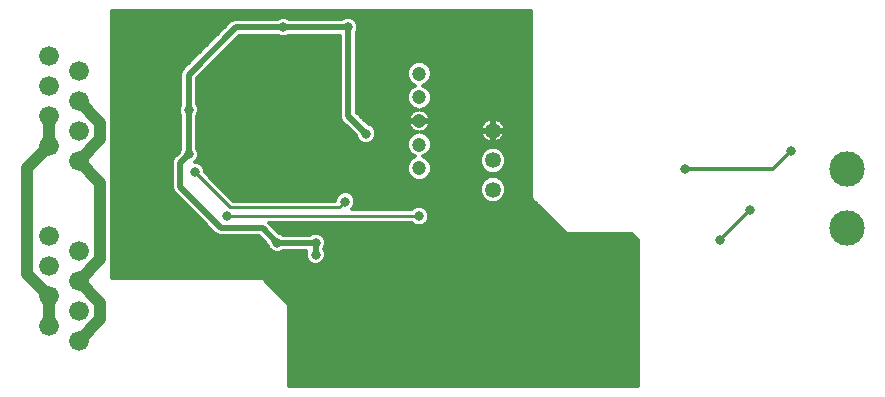
<source format=gbl>
G75*
%MOIN*%
%OFA0B0*%
%FSLAX25Y25*%
%IPPOS*%
%LPD*%
%AMOC8*
5,1,8,0,0,1.08239X$1,22.5*
%
%ADD10C,0.06600*%
%ADD11C,0.11811*%
%ADD12C,0.04724*%
%ADD13C,0.02756*%
%ADD14C,0.05315*%
%ADD15C,0.01200*%
%ADD16C,0.03150*%
%ADD17C,0.03937*%
%ADD18C,0.01181*%
%ADD19C,0.01969*%
%ADD20C,0.00984*%
D10*
X0067100Y0038205D03*
X0057100Y0043205D03*
X0067100Y0048205D03*
X0057100Y0053205D03*
X0067100Y0058205D03*
X0057100Y0063205D03*
X0067100Y0068205D03*
X0057100Y0073205D03*
X0067100Y0098205D03*
X0057100Y0103205D03*
X0067100Y0108205D03*
X0057100Y0113205D03*
X0067100Y0118205D03*
X0057100Y0123205D03*
X0067100Y0128205D03*
X0057100Y0133205D03*
D11*
X0323045Y0095547D03*
X0323045Y0075862D03*
D12*
X0180604Y0095823D03*
X0180604Y0103697D03*
X0180604Y0111571D03*
X0180604Y0119445D03*
X0180604Y0127319D03*
D13*
X0150998Y0108343D03*
X0157100Y0057161D03*
X0160840Y0057161D03*
X0164580Y0057161D03*
D14*
X0205131Y0088657D03*
X0205131Y0098500D03*
X0205131Y0108343D03*
D15*
X0204846Y0108235D02*
X0182350Y0108235D01*
X0182380Y0108248D02*
X0182994Y0108658D01*
X0183516Y0109181D01*
X0183927Y0109795D01*
X0184209Y0110477D01*
X0184354Y0111202D01*
X0184354Y0111383D01*
X0180791Y0111383D01*
X0180791Y0111758D01*
X0184354Y0111758D01*
X0184354Y0111940D01*
X0184209Y0112665D01*
X0183927Y0113347D01*
X0183516Y0113961D01*
X0182994Y0114483D01*
X0182380Y0114894D01*
X0181698Y0115176D01*
X0181163Y0115283D01*
X0181432Y0115283D01*
X0182962Y0115916D01*
X0184132Y0117087D01*
X0184766Y0118617D01*
X0184766Y0120273D01*
X0184132Y0121803D01*
X0182962Y0122973D01*
X0181975Y0123382D01*
X0182962Y0123790D01*
X0184132Y0124961D01*
X0184766Y0126491D01*
X0184766Y0128147D01*
X0184132Y0129677D01*
X0182962Y0130847D01*
X0181432Y0131481D01*
X0179776Y0131481D01*
X0178246Y0130847D01*
X0177075Y0129677D01*
X0176442Y0128147D01*
X0176442Y0126491D01*
X0177075Y0124961D01*
X0178246Y0123790D01*
X0179232Y0123382D01*
X0178246Y0122973D01*
X0177075Y0121803D01*
X0176442Y0120273D01*
X0176442Y0118617D01*
X0177075Y0117087D01*
X0178246Y0115916D01*
X0179776Y0115283D01*
X0180045Y0115283D01*
X0179510Y0115176D01*
X0178828Y0114894D01*
X0178214Y0114483D01*
X0177691Y0113961D01*
X0177281Y0113347D01*
X0176998Y0112665D01*
X0176854Y0111940D01*
X0176854Y0111758D01*
X0180416Y0111758D01*
X0180416Y0111383D01*
X0176854Y0111383D01*
X0176854Y0111202D01*
X0176998Y0110477D01*
X0177281Y0109795D01*
X0177691Y0109181D01*
X0178214Y0108658D01*
X0178828Y0108248D01*
X0179510Y0107965D01*
X0180045Y0107859D01*
X0179776Y0107859D01*
X0178246Y0107225D01*
X0177075Y0106055D01*
X0176442Y0104525D01*
X0176442Y0102869D01*
X0177075Y0101339D01*
X0178246Y0100168D01*
X0179232Y0099760D01*
X0178246Y0099351D01*
X0177075Y0098181D01*
X0176442Y0096651D01*
X0176442Y0094995D01*
X0177075Y0093465D01*
X0178246Y0092294D01*
X0179776Y0091661D01*
X0181432Y0091661D01*
X0182962Y0092294D01*
X0184132Y0093465D01*
X0184766Y0094995D01*
X0184766Y0096651D01*
X0184132Y0098181D01*
X0182962Y0099351D01*
X0181975Y0099760D01*
X0182962Y0100168D01*
X0184132Y0101339D01*
X0184766Y0102869D01*
X0184766Y0104525D01*
X0184132Y0106055D01*
X0182962Y0107225D01*
X0181432Y0107859D01*
X0181163Y0107859D01*
X0181698Y0107965D01*
X0182380Y0108248D01*
X0183150Y0107037D02*
X0201294Y0107037D01*
X0201242Y0107163D02*
X0201547Y0106427D01*
X0201990Y0105764D01*
X0202553Y0105201D01*
X0203216Y0104758D01*
X0203952Y0104453D01*
X0204733Y0104298D01*
X0204846Y0104298D01*
X0204846Y0108057D01*
X0201087Y0108057D01*
X0201087Y0107944D01*
X0201242Y0107163D01*
X0201087Y0108628D02*
X0204846Y0108628D01*
X0204846Y0108057D01*
X0205417Y0108057D01*
X0205417Y0108628D01*
X0204846Y0108628D01*
X0204846Y0112387D01*
X0204733Y0112387D01*
X0203952Y0112232D01*
X0203216Y0111927D01*
X0202553Y0111484D01*
X0201990Y0110921D01*
X0201547Y0110258D01*
X0201242Y0109522D01*
X0201087Y0108741D01*
X0201087Y0108628D01*
X0201224Y0109434D02*
X0183686Y0109434D01*
X0184240Y0110632D02*
X0201797Y0110632D01*
X0203072Y0111831D02*
X0184354Y0111831D01*
X0184058Y0113029D02*
X0217927Y0113029D01*
X0217927Y0111831D02*
X0207191Y0111831D01*
X0207047Y0111927D02*
X0206311Y0112232D01*
X0205530Y0112387D01*
X0205417Y0112387D01*
X0205417Y0108628D01*
X0209176Y0108628D01*
X0209176Y0108741D01*
X0209021Y0109522D01*
X0208716Y0110258D01*
X0208273Y0110921D01*
X0207710Y0111484D01*
X0207047Y0111927D01*
X0205417Y0111831D02*
X0204846Y0111831D01*
X0204846Y0110632D02*
X0205417Y0110632D01*
X0205417Y0109434D02*
X0204846Y0109434D01*
X0205417Y0108235D02*
X0217927Y0108235D01*
X0217927Y0107037D02*
X0208969Y0107037D01*
X0209021Y0107163D02*
X0209176Y0107944D01*
X0209176Y0108057D01*
X0205417Y0108057D01*
X0205417Y0104298D01*
X0205530Y0104298D01*
X0206311Y0104453D01*
X0207047Y0104758D01*
X0207710Y0105201D01*
X0208273Y0105764D01*
X0208716Y0106427D01*
X0209021Y0107163D01*
X0208323Y0105838D02*
X0217927Y0105838D01*
X0217927Y0104640D02*
X0206762Y0104640D01*
X0205417Y0104640D02*
X0204846Y0104640D01*
X0204846Y0105838D02*
X0205417Y0105838D01*
X0205417Y0107037D02*
X0204846Y0107037D01*
X0201940Y0105838D02*
X0184222Y0105838D01*
X0184718Y0104640D02*
X0203501Y0104640D01*
X0204245Y0102957D02*
X0202607Y0102279D01*
X0201353Y0101025D01*
X0200674Y0099387D01*
X0200674Y0097613D01*
X0201353Y0095975D01*
X0202607Y0094721D01*
X0204245Y0094043D01*
X0206018Y0094043D01*
X0207656Y0094721D01*
X0208910Y0095975D01*
X0209589Y0097613D01*
X0209589Y0099387D01*
X0208910Y0101025D01*
X0207656Y0102279D01*
X0206018Y0102957D01*
X0204245Y0102957D01*
X0202571Y0102243D02*
X0184507Y0102243D01*
X0184766Y0103441D02*
X0217927Y0103441D01*
X0217927Y0102243D02*
X0207692Y0102243D01*
X0208891Y0101044D02*
X0217927Y0101044D01*
X0217927Y0099846D02*
X0209399Y0099846D01*
X0209589Y0098647D02*
X0217927Y0098647D01*
X0217927Y0097449D02*
X0209521Y0097449D01*
X0209024Y0096250D02*
X0217927Y0096250D01*
X0217927Y0095052D02*
X0207987Y0095052D01*
X0207129Y0092655D02*
X0217927Y0092655D01*
X0217927Y0093853D02*
X0184293Y0093853D01*
X0184766Y0095052D02*
X0202276Y0095052D01*
X0201239Y0096250D02*
X0184766Y0096250D01*
X0184436Y0097449D02*
X0200742Y0097449D01*
X0200674Y0098647D02*
X0183666Y0098647D01*
X0182183Y0099846D02*
X0200864Y0099846D01*
X0201372Y0101044D02*
X0183838Y0101044D01*
X0179025Y0099846D02*
X0107128Y0099846D01*
X0107128Y0099797D02*
X0107128Y0101140D01*
X0106615Y0102380D01*
X0106538Y0102457D01*
X0106538Y0113244D01*
X0106615Y0113321D01*
X0107128Y0114561D01*
X0107128Y0115904D01*
X0106615Y0117144D01*
X0106538Y0117221D01*
X0106538Y0125890D01*
X0120655Y0140007D01*
X0133261Y0140007D01*
X0133338Y0139930D01*
X0134578Y0139417D01*
X0135921Y0139417D01*
X0137161Y0139930D01*
X0137238Y0140007D01*
X0154119Y0140007D01*
X0154119Y0112710D01*
X0154543Y0111687D01*
X0155326Y0110903D01*
X0159434Y0106796D01*
X0159434Y0106687D01*
X0159948Y0105447D01*
X0160897Y0104497D01*
X0162137Y0103983D01*
X0163480Y0103983D01*
X0164720Y0104497D01*
X0165670Y0105447D01*
X0166183Y0106687D01*
X0166183Y0108030D01*
X0165670Y0109270D01*
X0164720Y0110219D01*
X0163480Y0110733D01*
X0163371Y0110733D01*
X0159687Y0114417D01*
X0159687Y0140803D01*
X0159764Y0140880D01*
X0160278Y0142120D01*
X0160278Y0143463D01*
X0159764Y0144703D01*
X0158815Y0145652D01*
X0157574Y0146166D01*
X0156232Y0146166D01*
X0154991Y0145652D01*
X0154915Y0145576D01*
X0137238Y0145576D01*
X0137161Y0145652D01*
X0135921Y0146166D01*
X0134578Y0146166D01*
X0133338Y0145652D01*
X0133261Y0145576D01*
X0118948Y0145576D01*
X0117924Y0145152D01*
X0102176Y0129404D01*
X0101393Y0128620D01*
X0100969Y0127597D01*
X0100969Y0117221D01*
X0100893Y0117144D01*
X0100379Y0115904D01*
X0100379Y0114561D01*
X0100893Y0113321D01*
X0100969Y0113244D01*
X0100969Y0102457D01*
X0100893Y0102380D01*
X0100379Y0101140D01*
X0100379Y0101031D01*
X0099224Y0099876D01*
X0098440Y0099093D01*
X0098017Y0098070D01*
X0098017Y0089088D01*
X0098440Y0088065D01*
X0112220Y0074285D01*
X0113003Y0073502D01*
X0114026Y0073078D01*
X0127207Y0073078D01*
X0129906Y0070378D01*
X0129906Y0070270D01*
X0130420Y0069029D01*
X0131369Y0068080D01*
X0132610Y0067566D01*
X0133952Y0067566D01*
X0135193Y0068080D01*
X0135270Y0068157D01*
X0142901Y0068157D01*
X0142702Y0067675D01*
X0142702Y0066333D01*
X0143215Y0065092D01*
X0144165Y0064143D01*
X0145405Y0063629D01*
X0146748Y0063629D01*
X0147988Y0064143D01*
X0148937Y0065092D01*
X0149451Y0066333D01*
X0149451Y0067675D01*
X0148937Y0068916D01*
X0148881Y0068972D01*
X0148937Y0069029D01*
X0149451Y0070270D01*
X0149451Y0071612D01*
X0148937Y0072853D01*
X0147988Y0073802D01*
X0146748Y0074316D01*
X0145405Y0074316D01*
X0144165Y0073802D01*
X0144088Y0073725D01*
X0135270Y0073725D01*
X0135193Y0073802D01*
X0133952Y0074316D01*
X0133844Y0074316D01*
X0130652Y0077507D01*
X0178045Y0077507D01*
X0178614Y0076938D01*
X0179854Y0076424D01*
X0181196Y0076424D01*
X0182437Y0076938D01*
X0183386Y0077888D01*
X0183900Y0079128D01*
X0183900Y0080470D01*
X0183386Y0081711D01*
X0182437Y0082660D01*
X0181196Y0083174D01*
X0179854Y0083174D01*
X0178614Y0082660D01*
X0178045Y0082091D01*
X0158062Y0082091D01*
X0158780Y0082809D01*
X0159294Y0084049D01*
X0159294Y0085392D01*
X0158780Y0086632D01*
X0157831Y0087581D01*
X0156590Y0088095D01*
X0155248Y0088095D01*
X0154007Y0087581D01*
X0153058Y0086632D01*
X0152544Y0085392D01*
X0152544Y0085044D01*
X0118482Y0085044D01*
X0109097Y0094430D01*
X0109097Y0095234D01*
X0108583Y0096475D01*
X0107634Y0097424D01*
X0106393Y0097938D01*
X0105995Y0097938D01*
X0106615Y0098557D01*
X0107128Y0099797D01*
X0106652Y0098647D02*
X0177542Y0098647D01*
X0176772Y0097449D02*
X0107574Y0097449D01*
X0108676Y0096250D02*
X0176442Y0096250D01*
X0176442Y0095052D02*
X0109097Y0095052D01*
X0109673Y0093853D02*
X0176915Y0093853D01*
X0177886Y0092655D02*
X0110872Y0092655D01*
X0112070Y0091456D02*
X0201626Y0091456D01*
X0201353Y0091182D02*
X0200674Y0089544D01*
X0200674Y0087771D01*
X0201353Y0086133D01*
X0202607Y0084879D01*
X0204245Y0084200D01*
X0206018Y0084200D01*
X0207656Y0084879D01*
X0208910Y0086133D01*
X0209589Y0087771D01*
X0209589Y0089544D01*
X0208910Y0091182D01*
X0207656Y0092436D01*
X0206018Y0093115D01*
X0204245Y0093115D01*
X0202607Y0092436D01*
X0201353Y0091182D01*
X0200970Y0090258D02*
X0113269Y0090258D01*
X0114467Y0089059D02*
X0200674Y0089059D01*
X0200674Y0087861D02*
X0157156Y0087861D01*
X0158750Y0086662D02*
X0201133Y0086662D01*
X0202021Y0085464D02*
X0159264Y0085464D01*
X0159294Y0084265D02*
X0204087Y0084265D01*
X0206176Y0084265D02*
X0219366Y0084265D01*
X0218168Y0085464D02*
X0208242Y0085464D01*
X0209130Y0086662D02*
X0217927Y0086662D01*
X0217927Y0085705D02*
X0229738Y0073894D01*
X0251391Y0073894D01*
X0253360Y0071925D01*
X0253360Y0023313D01*
X0137218Y0023313D01*
X0137218Y0050272D01*
X0128360Y0059130D01*
X0078163Y0059130D01*
X0078163Y0148097D01*
X0217927Y0148097D01*
X0217927Y0085705D01*
X0217927Y0087861D02*
X0209589Y0087861D01*
X0209589Y0089059D02*
X0217927Y0089059D01*
X0217927Y0090258D02*
X0209293Y0090258D01*
X0208637Y0091456D02*
X0217927Y0091456D01*
X0203134Y0092655D02*
X0183322Y0092655D01*
X0177370Y0101044D02*
X0107128Y0101044D01*
X0106671Y0102243D02*
X0176701Y0102243D01*
X0176442Y0103441D02*
X0106538Y0103441D01*
X0106538Y0104640D02*
X0160754Y0104640D01*
X0159785Y0105838D02*
X0106538Y0105838D01*
X0106538Y0107037D02*
X0159192Y0107037D01*
X0157994Y0108235D02*
X0106538Y0108235D01*
X0106538Y0109434D02*
X0156795Y0109434D01*
X0155597Y0110632D02*
X0106538Y0110632D01*
X0106538Y0111831D02*
X0154483Y0111831D01*
X0154119Y0113029D02*
X0106538Y0113029D01*
X0106990Y0114228D02*
X0154119Y0114228D01*
X0154119Y0115426D02*
X0107128Y0115426D01*
X0106830Y0116625D02*
X0154119Y0116625D01*
X0154119Y0117824D02*
X0106538Y0117824D01*
X0106538Y0119022D02*
X0154119Y0119022D01*
X0154119Y0120221D02*
X0106538Y0120221D01*
X0106538Y0121419D02*
X0154119Y0121419D01*
X0154119Y0122618D02*
X0106538Y0122618D01*
X0106538Y0123816D02*
X0154119Y0123816D01*
X0154119Y0125015D02*
X0106538Y0125015D01*
X0106861Y0126213D02*
X0154119Y0126213D01*
X0154119Y0127412D02*
X0108059Y0127412D01*
X0109258Y0128610D02*
X0154119Y0128610D01*
X0154119Y0129809D02*
X0110456Y0129809D01*
X0111655Y0131007D02*
X0154119Y0131007D01*
X0154119Y0132206D02*
X0112853Y0132206D01*
X0114052Y0133404D02*
X0154119Y0133404D01*
X0154119Y0134603D02*
X0115250Y0134603D01*
X0116449Y0135801D02*
X0154119Y0135801D01*
X0154119Y0137000D02*
X0117647Y0137000D01*
X0118846Y0138198D02*
X0154119Y0138198D01*
X0154119Y0139397D02*
X0120044Y0139397D01*
X0114566Y0141794D02*
X0078163Y0141794D01*
X0078163Y0142992D02*
X0115765Y0142992D01*
X0116963Y0144191D02*
X0078163Y0144191D01*
X0078163Y0145389D02*
X0118498Y0145389D01*
X0113368Y0140595D02*
X0078163Y0140595D01*
X0078163Y0139397D02*
X0112169Y0139397D01*
X0110971Y0138198D02*
X0078163Y0138198D01*
X0078163Y0137000D02*
X0109772Y0137000D01*
X0108574Y0135801D02*
X0078163Y0135801D01*
X0078163Y0134603D02*
X0107375Y0134603D01*
X0106177Y0133404D02*
X0078163Y0133404D01*
X0078163Y0132206D02*
X0104978Y0132206D01*
X0103780Y0131007D02*
X0078163Y0131007D01*
X0078163Y0129809D02*
X0102581Y0129809D01*
X0102176Y0129404D02*
X0102176Y0129404D01*
X0101389Y0128610D02*
X0078163Y0128610D01*
X0078163Y0127412D02*
X0100969Y0127412D01*
X0100969Y0126213D02*
X0078163Y0126213D01*
X0078163Y0125015D02*
X0100969Y0125015D01*
X0100969Y0123816D02*
X0078163Y0123816D01*
X0078163Y0122618D02*
X0100969Y0122618D01*
X0100969Y0121419D02*
X0078163Y0121419D01*
X0078163Y0120221D02*
X0100969Y0120221D01*
X0100969Y0119022D02*
X0078163Y0119022D01*
X0078163Y0117824D02*
X0100969Y0117824D01*
X0100678Y0116625D02*
X0078163Y0116625D01*
X0078163Y0115426D02*
X0100379Y0115426D01*
X0100517Y0114228D02*
X0078163Y0114228D01*
X0078163Y0113029D02*
X0100969Y0113029D01*
X0100969Y0111831D02*
X0078163Y0111831D01*
X0078163Y0110632D02*
X0100969Y0110632D01*
X0100969Y0109434D02*
X0078163Y0109434D01*
X0078163Y0108235D02*
X0100969Y0108235D01*
X0100969Y0107037D02*
X0078163Y0107037D01*
X0078163Y0105838D02*
X0100969Y0105838D01*
X0100969Y0104640D02*
X0078163Y0104640D01*
X0078163Y0103441D02*
X0100969Y0103441D01*
X0100836Y0102243D02*
X0078163Y0102243D01*
X0078163Y0101044D02*
X0100379Y0101044D01*
X0099193Y0099846D02*
X0078163Y0099846D01*
X0078163Y0098647D02*
X0098256Y0098647D01*
X0098017Y0097449D02*
X0078163Y0097449D01*
X0078163Y0096250D02*
X0098017Y0096250D01*
X0098017Y0095052D02*
X0078163Y0095052D01*
X0078163Y0093853D02*
X0098017Y0093853D01*
X0098017Y0092655D02*
X0078163Y0092655D01*
X0078163Y0091456D02*
X0098017Y0091456D01*
X0098017Y0090258D02*
X0078163Y0090258D01*
X0078163Y0089059D02*
X0098028Y0089059D01*
X0098644Y0087861D02*
X0078163Y0087861D01*
X0078163Y0086662D02*
X0099843Y0086662D01*
X0101041Y0085464D02*
X0078163Y0085464D01*
X0078163Y0084265D02*
X0102240Y0084265D01*
X0103438Y0083067D02*
X0078163Y0083067D01*
X0078163Y0081868D02*
X0104637Y0081868D01*
X0105835Y0080670D02*
X0078163Y0080670D01*
X0078163Y0079471D02*
X0107034Y0079471D01*
X0108232Y0078273D02*
X0078163Y0078273D01*
X0078163Y0077074D02*
X0109431Y0077074D01*
X0110629Y0075876D02*
X0078163Y0075876D01*
X0078163Y0074677D02*
X0111828Y0074677D01*
X0113059Y0073479D02*
X0078163Y0073479D01*
X0078163Y0072280D02*
X0128004Y0072280D01*
X0129203Y0071082D02*
X0078163Y0071082D01*
X0078163Y0069883D02*
X0130066Y0069883D01*
X0130765Y0068685D02*
X0078163Y0068685D01*
X0078163Y0067486D02*
X0142702Y0067486D01*
X0142720Y0066288D02*
X0078163Y0066288D01*
X0078163Y0065089D02*
X0143219Y0065089D01*
X0144774Y0063891D02*
X0078163Y0063891D01*
X0078163Y0062692D02*
X0253360Y0062692D01*
X0253360Y0063891D02*
X0147379Y0063891D01*
X0148934Y0065089D02*
X0253360Y0065089D01*
X0253360Y0066288D02*
X0149432Y0066288D01*
X0149451Y0067486D02*
X0253360Y0067486D01*
X0253360Y0068685D02*
X0149033Y0068685D01*
X0149291Y0069883D02*
X0253360Y0069883D01*
X0253360Y0071082D02*
X0149451Y0071082D01*
X0149175Y0072280D02*
X0253005Y0072280D01*
X0251806Y0073479D02*
X0148311Y0073479D01*
X0133482Y0074677D02*
X0228954Y0074677D01*
X0227756Y0075876D02*
X0132284Y0075876D01*
X0131085Y0077074D02*
X0178478Y0077074D01*
X0182573Y0077074D02*
X0226557Y0077074D01*
X0225359Y0078273D02*
X0183546Y0078273D01*
X0183900Y0079471D02*
X0224160Y0079471D01*
X0222962Y0080670D02*
X0183817Y0080670D01*
X0183229Y0081868D02*
X0221763Y0081868D01*
X0220565Y0083067D02*
X0181456Y0083067D01*
X0179595Y0083067D02*
X0158887Y0083067D01*
X0152574Y0085464D02*
X0118063Y0085464D01*
X0116864Y0086662D02*
X0153088Y0086662D01*
X0154681Y0087861D02*
X0115666Y0087861D01*
X0164863Y0104640D02*
X0176489Y0104640D01*
X0176986Y0105838D02*
X0165832Y0105838D01*
X0166183Y0107037D02*
X0178058Y0107037D01*
X0178858Y0108235D02*
X0166098Y0108235D01*
X0165506Y0109434D02*
X0177522Y0109434D01*
X0176968Y0110632D02*
X0163723Y0110632D01*
X0162273Y0111831D02*
X0176854Y0111831D01*
X0177150Y0113029D02*
X0161075Y0113029D01*
X0159876Y0114228D02*
X0177958Y0114228D01*
X0179429Y0115426D02*
X0159687Y0115426D01*
X0159687Y0116625D02*
X0177538Y0116625D01*
X0176770Y0117824D02*
X0159687Y0117824D01*
X0159687Y0119022D02*
X0176442Y0119022D01*
X0176442Y0120221D02*
X0159687Y0120221D01*
X0159687Y0121419D02*
X0176917Y0121419D01*
X0177890Y0122618D02*
X0159687Y0122618D01*
X0159687Y0123816D02*
X0178221Y0123816D01*
X0177053Y0125015D02*
X0159687Y0125015D01*
X0159687Y0126213D02*
X0176557Y0126213D01*
X0176442Y0127412D02*
X0159687Y0127412D01*
X0159687Y0128610D02*
X0176634Y0128610D01*
X0177207Y0129809D02*
X0159687Y0129809D01*
X0159687Y0131007D02*
X0178632Y0131007D01*
X0182576Y0131007D02*
X0217927Y0131007D01*
X0217927Y0129809D02*
X0184000Y0129809D01*
X0184574Y0128610D02*
X0217927Y0128610D01*
X0217927Y0127412D02*
X0184766Y0127412D01*
X0184651Y0126213D02*
X0217927Y0126213D01*
X0217927Y0125015D02*
X0184155Y0125015D01*
X0182987Y0123816D02*
X0217927Y0123816D01*
X0217927Y0122618D02*
X0183317Y0122618D01*
X0184291Y0121419D02*
X0217927Y0121419D01*
X0217927Y0120221D02*
X0184766Y0120221D01*
X0184766Y0119022D02*
X0217927Y0119022D01*
X0217927Y0117824D02*
X0184437Y0117824D01*
X0183670Y0116625D02*
X0217927Y0116625D01*
X0217927Y0115426D02*
X0181779Y0115426D01*
X0183250Y0114228D02*
X0217927Y0114228D01*
X0217927Y0110632D02*
X0208466Y0110632D01*
X0209039Y0109434D02*
X0217927Y0109434D01*
X0217927Y0132206D02*
X0159687Y0132206D01*
X0159687Y0133404D02*
X0217927Y0133404D01*
X0217927Y0134603D02*
X0159687Y0134603D01*
X0159687Y0135801D02*
X0217927Y0135801D01*
X0217927Y0137000D02*
X0159687Y0137000D01*
X0159687Y0138198D02*
X0217927Y0138198D01*
X0217927Y0139397D02*
X0159687Y0139397D01*
X0159687Y0140595D02*
X0217927Y0140595D01*
X0217927Y0141794D02*
X0160143Y0141794D01*
X0160278Y0142992D02*
X0217927Y0142992D01*
X0217927Y0144191D02*
X0159976Y0144191D01*
X0159078Y0145389D02*
X0217927Y0145389D01*
X0217927Y0146588D02*
X0078163Y0146588D01*
X0078163Y0147786D02*
X0217927Y0147786D01*
X0155326Y0110903D02*
X0155326Y0110903D01*
X0078163Y0061493D02*
X0253360Y0061493D01*
X0253360Y0060295D02*
X0078163Y0060295D01*
X0128393Y0059096D02*
X0253360Y0059096D01*
X0253360Y0057898D02*
X0129592Y0057898D01*
X0130790Y0056699D02*
X0253360Y0056699D01*
X0253360Y0055501D02*
X0131989Y0055501D01*
X0133187Y0054302D02*
X0253360Y0054302D01*
X0253360Y0053104D02*
X0134386Y0053104D01*
X0135584Y0051905D02*
X0253360Y0051905D01*
X0253360Y0050707D02*
X0136783Y0050707D01*
X0137218Y0049508D02*
X0253360Y0049508D01*
X0253360Y0048310D02*
X0137218Y0048310D01*
X0137218Y0047111D02*
X0253360Y0047111D01*
X0253360Y0045913D02*
X0137218Y0045913D01*
X0137218Y0044714D02*
X0253360Y0044714D01*
X0253360Y0043516D02*
X0137218Y0043516D01*
X0137218Y0042317D02*
X0253360Y0042317D01*
X0253360Y0041119D02*
X0137218Y0041119D01*
X0137218Y0039920D02*
X0253360Y0039920D01*
X0253360Y0038722D02*
X0137218Y0038722D01*
X0137218Y0037523D02*
X0253360Y0037523D01*
X0253360Y0036325D02*
X0137218Y0036325D01*
X0137218Y0035126D02*
X0253360Y0035126D01*
X0253360Y0033928D02*
X0137218Y0033928D01*
X0137218Y0032729D02*
X0253360Y0032729D01*
X0253360Y0031531D02*
X0137218Y0031531D01*
X0137218Y0030332D02*
X0253360Y0030332D01*
X0253360Y0029134D02*
X0137218Y0029134D01*
X0137218Y0027935D02*
X0253360Y0027935D01*
X0253360Y0026737D02*
X0137218Y0026737D01*
X0137218Y0025538D02*
X0253360Y0025538D01*
X0253360Y0024340D02*
X0137218Y0024340D01*
D16*
X0148045Y0032555D03*
X0145092Y0053224D03*
X0168370Y0061266D03*
X0146076Y0067004D03*
X0146076Y0070941D03*
X0133281Y0070941D03*
X0121470Y0071925D03*
X0113872Y0071846D03*
X0116549Y0079799D03*
X0087021Y0089642D03*
X0105722Y0094563D03*
X0103754Y0100469D03*
X0115565Y0106374D03*
X0103754Y0115232D03*
X0092927Y0108343D03*
X0108675Y0126059D03*
X0132297Y0125075D03*
X0142139Y0125075D03*
X0172927Y0112201D03*
X0162809Y0107358D03*
X0155919Y0084720D03*
X0180525Y0079799D03*
X0241549Y0067988D03*
X0280919Y0071925D03*
X0290761Y0081768D03*
X0269108Y0095547D03*
X0304541Y0101453D03*
X0205131Y0139839D03*
X0191352Y0130980D03*
X0156903Y0142791D03*
X0144108Y0146728D03*
X0135250Y0142791D03*
X0130604Y0146650D03*
X0111628Y0142791D03*
X0104738Y0142791D03*
X0088281Y0146650D03*
X0241549Y0034524D03*
D17*
X0074228Y0045433D02*
X0067100Y0038205D01*
X0057100Y0043205D02*
X0057100Y0053205D01*
X0049828Y0060476D01*
X0049828Y0095933D01*
X0057100Y0103205D01*
X0057100Y0113205D01*
X0067100Y0118205D02*
X0074228Y0110976D01*
X0074228Y0105433D01*
X0067100Y0098205D01*
X0074228Y0090976D01*
X0074228Y0065433D01*
X0067100Y0058205D01*
X0074228Y0050976D01*
X0074228Y0045433D01*
D18*
X0269108Y0095547D02*
X0298635Y0095547D01*
X0304541Y0101453D01*
X0290761Y0081768D02*
X0280919Y0071925D01*
D19*
X0162809Y0107358D02*
X0156903Y0113264D01*
X0156903Y0142791D01*
X0135250Y0142791D01*
X0119502Y0142791D01*
X0103754Y0127043D01*
X0103754Y0100469D01*
X0100801Y0097516D01*
X0100801Y0089642D01*
X0114580Y0075862D01*
X0128360Y0075862D01*
X0133281Y0070941D01*
X0146076Y0070941D01*
X0146076Y0067004D01*
D20*
X0116549Y0079799D02*
X0180525Y0079799D01*
X0155919Y0084720D02*
X0153950Y0082752D01*
X0117533Y0082752D01*
X0105722Y0094563D01*
M02*

</source>
